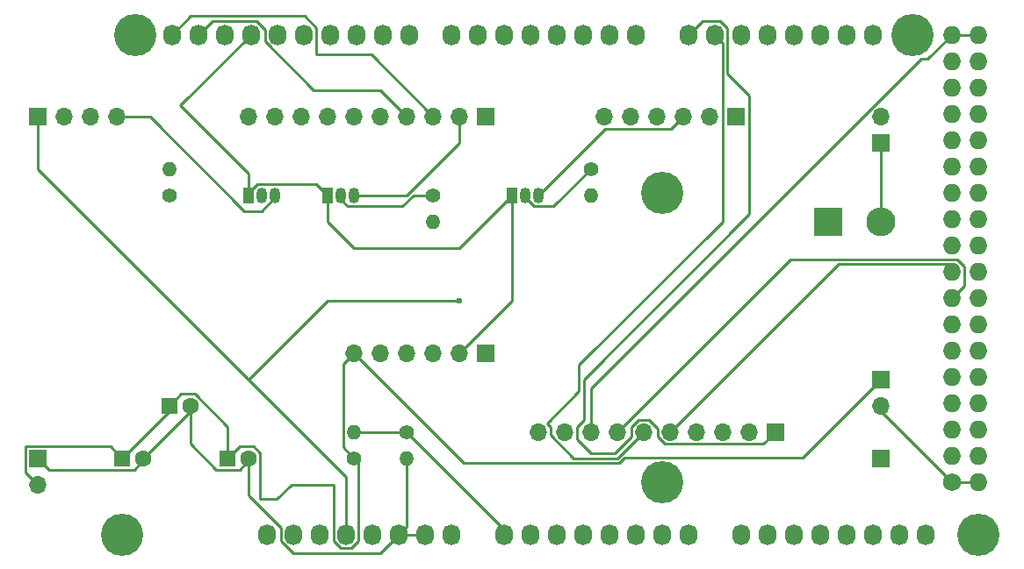
<source format=gbr>
%TF.GenerationSoftware,KiCad,Pcbnew,(6.0.4-0)*%
%TF.CreationDate,2022-06-10T18:36:52-07:00*%
%TF.ProjectId,sailface-mega-shield,7361696c-6661-4636-952d-6d6567612d73,rev?*%
%TF.SameCoordinates,Original*%
%TF.FileFunction,Copper,L1,Top*%
%TF.FilePolarity,Positive*%
%FSLAX46Y46*%
G04 Gerber Fmt 4.6, Leading zero omitted, Abs format (unit mm)*
G04 Created by KiCad (PCBNEW (6.0.4-0)) date 2022-06-10 18:36:52*
%MOMM*%
%LPD*%
G01*
G04 APERTURE LIST*
%TA.AperFunction,ComponentPad*%
%ADD10O,1.700000X1.700000*%
%TD*%
%TA.AperFunction,ComponentPad*%
%ADD11R,1.700000X1.700000*%
%TD*%
%TA.AperFunction,ComponentPad*%
%ADD12R,2.800000X2.800000*%
%TD*%
%TA.AperFunction,ComponentPad*%
%ADD13O,2.800000X2.800000*%
%TD*%
%TA.AperFunction,ComponentPad*%
%ADD14C,1.400000*%
%TD*%
%TA.AperFunction,ComponentPad*%
%ADD15O,1.400000X1.400000*%
%TD*%
%TA.AperFunction,ComponentPad*%
%ADD16R,1.600000X1.600000*%
%TD*%
%TA.AperFunction,ComponentPad*%
%ADD17C,1.600000*%
%TD*%
%TA.AperFunction,ComponentPad*%
%ADD18O,1.050000X1.500000*%
%TD*%
%TA.AperFunction,ComponentPad*%
%ADD19R,1.050000X1.500000*%
%TD*%
%TA.AperFunction,ComponentPad*%
%ADD20C,1.727200*%
%TD*%
%TA.AperFunction,ComponentPad*%
%ADD21O,1.727200X1.727200*%
%TD*%
%TA.AperFunction,ComponentPad*%
%ADD22O,1.727200X2.032000*%
%TD*%
%TA.AperFunction,ComponentPad*%
%ADD23C,4.064000*%
%TD*%
%TA.AperFunction,ViaPad*%
%ADD24C,0.600000*%
%TD*%
%TA.AperFunction,Conductor*%
%ADD25C,0.250000*%
%TD*%
G04 APERTURE END LIST*
D10*
%TO.P,BAT_CURRENT_SENSOR,6,Pin_6*%
%TO.N,+12V*%
X139700000Y-101600000D03*
%TO.P,BAT_CURRENT_SENSOR,5,Pin_5*%
%TO.N,/BATTERY_IN*%
X142240000Y-101600000D03*
%TO.P,BAT_CURRENT_SENSOR,4,Pin_4*%
%TO.N,/SDA*%
X144780000Y-101600000D03*
%TO.P,BAT_CURRENT_SENSOR,3,Pin_3*%
%TO.N,/SCL*%
X147320000Y-101600000D03*
%TO.P,BAT_CURRENT_SENSOR,2,Pin_2*%
%TO.N,GND*%
X149860000Y-101600000D03*
D11*
%TO.P,BAT_CURRENT_SENSOR,1,Pin_1*%
%TO.N,+3V3*%
X152400000Y-101600000D03*
%TD*%
D12*
%TO.P,D1,1,K*%
%TO.N,/BATTERY_IN*%
X185420000Y-88900000D03*
D13*
%TO.P,D1,2,A*%
%TO.N,Net-(D1-Pad2)*%
X190500000Y-88900000D03*
%TD*%
D14*
%TO.P,R5,1*%
%TO.N,+12V*%
X139700000Y-111760000D03*
D15*
%TO.P,R5,2*%
%TO.N,/BAT_VOLTAGE_MONITOR*%
X139700000Y-109220000D03*
%TD*%
D14*
%TO.P,R4,1*%
%TO.N,/BAT_VOLTAGE_MONITOR*%
X144780000Y-109220000D03*
D15*
%TO.P,R4,2*%
%TO.N,GND*%
X144780000Y-111760000D03*
%TD*%
D14*
%TO.P,R3,1*%
%TO.N,Net-(MPU_TOGGLE1-Pad2)*%
X147320000Y-86360000D03*
D15*
%TO.P,R3,2*%
%TO.N,/MPU_ON*%
X147320000Y-88900000D03*
%TD*%
D14*
%TO.P,R2,1*%
%TO.N,Net-(BLUETOOTH_TOGGLE1-Pad2)*%
X162560000Y-83820000D03*
D15*
%TO.P,R2,2*%
%TO.N,/BLUETOOTH_ON*%
X162560000Y-86360000D03*
%TD*%
D14*
%TO.P,R1,1*%
%TO.N,Net-(GPS_TOGGLE1-Pad2)*%
X121920000Y-86360000D03*
D15*
%TO.P,R1,2*%
%TO.N,/GPS_ON*%
X121920000Y-83820000D03*
%TD*%
D11*
%TO.P,BATTERY,1,+*%
%TO.N,Net-(D1-Pad2)*%
X190500000Y-81280000D03*
D10*
%TO.P,BATTERY,2,-*%
%TO.N,GND*%
X190500000Y-78740000D03*
%TD*%
D11*
%TO.P,ARDUINO_POWER1,1,Pin_1*%
%TO.N,GND*%
X109220000Y-111760000D03*
D10*
%TO.P,ARDUINO_POWER1,2,Pin_2*%
%TO.N,+12V*%
X109220000Y-114300000D03*
%TD*%
D11*
%TO.P,MOTOR_PWM,1,Pin_1*%
%TO.N,/MOTOR_PWM*%
X190500000Y-111760000D03*
%TD*%
D10*
%TO.P,MOTOR_POWER,2,Pin_2*%
%TO.N,GND*%
X190500000Y-106680000D03*
D11*
%TO.P,MOTOR_POWER,1,Pin_1*%
%TO.N,+12V*%
X190500000Y-104140000D03*
%TD*%
D16*
%TO.P,C3,1*%
%TO.N,+12V*%
X121920000Y-106680000D03*
D17*
%TO.P,C3,2*%
%TO.N,GND*%
X123920000Y-106680000D03*
%TD*%
D16*
%TO.P,C2,1*%
%TO.N,+12V*%
X127540000Y-111760000D03*
D17*
%TO.P,C2,2*%
%TO.N,GND*%
X129540000Y-111760000D03*
%TD*%
D16*
%TO.P,C1,1*%
%TO.N,+12V*%
X117380000Y-111760000D03*
D17*
%TO.P,C1,2*%
%TO.N,GND*%
X119380000Y-111760000D03*
%TD*%
D18*
%TO.P,MPU_TOGGLE1,3,C*%
%TO.N,Net-(MPU1-Pad2)*%
X139700000Y-86360000D03*
%TO.P,MPU_TOGGLE1,2,B*%
%TO.N,Net-(MPU_TOGGLE1-Pad2)*%
X138430000Y-86360000D03*
D19*
%TO.P,MPU_TOGGLE1,1,E*%
%TO.N,GND*%
X137160000Y-86360000D03*
%TD*%
D18*
%TO.P,GPS_TOGGLE1,3,C*%
%TO.N,Net-(GPS1-Pad4)*%
X132080000Y-86360000D03*
%TO.P,GPS_TOGGLE1,2,B*%
%TO.N,Net-(GPS_TOGGLE1-Pad2)*%
X130810000Y-86360000D03*
D19*
%TO.P,GPS_TOGGLE1,1,E*%
%TO.N,GND*%
X129540000Y-86360000D03*
%TD*%
D18*
%TO.P,BLUETOOTH_TOGGLE1,3,C*%
%TO.N,Net-(BLUETOOTH1-Pad3)*%
X157480000Y-86360000D03*
%TO.P,BLUETOOTH_TOGGLE1,2,B*%
%TO.N,Net-(BLUETOOTH_TOGGLE1-Pad2)*%
X156210000Y-86360000D03*
D19*
%TO.P,BLUETOOTH_TOGGLE1,1,E*%
%TO.N,GND*%
X154940000Y-86360000D03*
%TD*%
D20*
%TO.P,P1,1,Pin_1*%
%TO.N,GND*%
X197358000Y-114046000D03*
D21*
%TO.P,P1,2,Pin_2*%
X199898000Y-114046000D03*
%TO.P,P1,3,Pin_3*%
%TO.N,/52(SCK)*%
X197358000Y-111506000D03*
%TO.P,P1,4,Pin_4*%
%TO.N,/53(SS)*%
X199898000Y-111506000D03*
%TO.P,P1,5,Pin_5*%
%TO.N,/50(MISO)*%
X197358000Y-108966000D03*
%TO.P,P1,6,Pin_6*%
%TO.N,/51(MOSI)*%
X199898000Y-108966000D03*
%TO.P,P1,7,Pin_7*%
%TO.N,/48*%
X197358000Y-106426000D03*
%TO.P,P1,8,Pin_8*%
%TO.N,/49*%
X199898000Y-106426000D03*
%TO.P,P1,9,Pin_9*%
%TO.N,/46*%
X197358000Y-103886000D03*
%TO.P,P1,10,Pin_10*%
%TO.N,/47*%
X199898000Y-103886000D03*
%TO.P,P1,11,Pin_11*%
%TO.N,/44*%
X197358000Y-101346000D03*
%TO.P,P1,12,Pin_12*%
%TO.N,/45*%
X199898000Y-101346000D03*
%TO.P,P1,13,Pin_13*%
%TO.N,/42*%
X197358000Y-98806000D03*
%TO.P,P1,14,Pin_14*%
%TO.N,/43*%
X199898000Y-98806000D03*
%TO.P,P1,15,Pin_15*%
%TO.N,/IRIDIUM_SLEEP*%
X197358000Y-96266000D03*
%TO.P,P1,16,Pin_16*%
%TO.N,/41*%
X199898000Y-96266000D03*
%TO.P,P1,17,Pin_17*%
%TO.N,/IRIDIUM_RING*%
X197358000Y-93726000D03*
%TO.P,P1,18,Pin_18*%
%TO.N,/39*%
X199898000Y-93726000D03*
%TO.P,P1,19,Pin_19*%
%TO.N,/36*%
X197358000Y-91186000D03*
%TO.P,P1,20,Pin_20*%
%TO.N,/37*%
X199898000Y-91186000D03*
%TO.P,P1,21,Pin_21*%
%TO.N,/34*%
X197358000Y-88646000D03*
%TO.P,P1,22,Pin_22*%
%TO.N,/35*%
X199898000Y-88646000D03*
%TO.P,P1,23,Pin_23*%
%TO.N,/32*%
X197358000Y-86106000D03*
%TO.P,P1,24,Pin_24*%
%TO.N,/33*%
X199898000Y-86106000D03*
%TO.P,P1,25,Pin_25*%
%TO.N,/30*%
X197358000Y-83566000D03*
%TO.P,P1,26,Pin_26*%
%TO.N,/31*%
X199898000Y-83566000D03*
%TO.P,P1,27,Pin_27*%
%TO.N,/28*%
X197358000Y-81026000D03*
%TO.P,P1,28,Pin_28*%
%TO.N,/29*%
X199898000Y-81026000D03*
%TO.P,P1,29,Pin_29*%
%TO.N,/26*%
X197358000Y-78486000D03*
%TO.P,P1,30,Pin_30*%
%TO.N,/27*%
X199898000Y-78486000D03*
%TO.P,P1,31,Pin_31*%
%TO.N,/24*%
X197358000Y-75946000D03*
%TO.P,P1,32,Pin_32*%
%TO.N,/25*%
X199898000Y-75946000D03*
%TO.P,P1,33,Pin_33*%
%TO.N,/22*%
X197358000Y-73406000D03*
%TO.P,P1,34,Pin_34*%
%TO.N,/23*%
X199898000Y-73406000D03*
%TO.P,P1,35,Pin_35*%
%TO.N,+5V*%
X197358000Y-70866000D03*
%TO.P,P1,36,Pin_36*%
X199898000Y-70866000D03*
%TD*%
D22*
%TO.P,P2,1,Pin_1*%
%TO.N,unconnected-(P2-Pad1)*%
X131318000Y-119126000D03*
%TO.P,P2,2,Pin_2*%
%TO.N,/IOREF*%
X133858000Y-119126000D03*
%TO.P,P2,3,Pin_3*%
%TO.N,/Reset*%
X136398000Y-119126000D03*
%TO.P,P2,4,Pin_4*%
%TO.N,+3V3*%
X138938000Y-119126000D03*
%TO.P,P2,5,Pin_5*%
%TO.N,+5V*%
X141478000Y-119126000D03*
%TO.P,P2,6,Pin_6*%
%TO.N,GND*%
X144018000Y-119126000D03*
%TO.P,P2,7,Pin_7*%
X146558000Y-119126000D03*
%TO.P,P2,8,Pin_8*%
%TO.N,/Vin*%
X149098000Y-119126000D03*
%TD*%
%TO.P,P3,1,Pin_1*%
%TO.N,/BAT_VOLTAGE_MONITOR*%
X154178000Y-119126000D03*
%TO.P,P3,2,Pin_2*%
%TO.N,/A1*%
X156718000Y-119126000D03*
%TO.P,P3,3,Pin_3*%
%TO.N,/A2*%
X159258000Y-119126000D03*
%TO.P,P3,4,Pin_4*%
%TO.N,/A3*%
X161798000Y-119126000D03*
%TO.P,P3,5,Pin_5*%
%TO.N,/A4*%
X164338000Y-119126000D03*
%TO.P,P3,6,Pin_6*%
%TO.N,/A5*%
X166878000Y-119126000D03*
%TO.P,P3,7,Pin_7*%
%TO.N,/A6*%
X169418000Y-119126000D03*
%TO.P,P3,8,Pin_8*%
%TO.N,/A7*%
X171958000Y-119126000D03*
%TD*%
%TO.P,P4,1,Pin_1*%
%TO.N,/A8*%
X177038000Y-119126000D03*
%TO.P,P4,2,Pin_2*%
%TO.N,/A9*%
X179578000Y-119126000D03*
%TO.P,P4,3,Pin_3*%
%TO.N,/A10*%
X182118000Y-119126000D03*
%TO.P,P4,4,Pin_4*%
%TO.N,/A11*%
X184658000Y-119126000D03*
%TO.P,P4,5,Pin_5*%
%TO.N,/A12*%
X187198000Y-119126000D03*
%TO.P,P4,6,Pin_6*%
%TO.N,/A13*%
X189738000Y-119126000D03*
%TO.P,P4,7,Pin_7*%
%TO.N,/A14*%
X192278000Y-119126000D03*
%TO.P,P4,8,Pin_8*%
%TO.N,/A15*%
X194818000Y-119126000D03*
%TD*%
%TO.P,P5,1,Pin_1*%
%TO.N,/SCL*%
X122174000Y-70866000D03*
%TO.P,P5,2,Pin_2*%
%TO.N,/SDA*%
X124714000Y-70866000D03*
%TO.P,P5,3,Pin_3*%
%TO.N,/AREF*%
X127254000Y-70866000D03*
%TO.P,P5,4,Pin_4*%
%TO.N,GND*%
X129794000Y-70866000D03*
%TO.P,P5,5,Pin_5*%
%TO.N,/MOTOR_PWM*%
X132334000Y-70866000D03*
%TO.P,P5,6,Pin_6*%
%TO.N,/12(\u002A\u002A)*%
X134874000Y-70866000D03*
%TO.P,P5,7,Pin_7*%
%TO.N,/11(\u002A\u002A)*%
X137414000Y-70866000D03*
%TO.P,P5,8,Pin_8*%
%TO.N,/MPU_ON*%
X139954000Y-70866000D03*
%TO.P,P5,9,Pin_9*%
%TO.N,/BLUETOOTH_ON*%
X142494000Y-70866000D03*
%TO.P,P5,10,Pin_10*%
%TO.N,/GPS_ON*%
X145034000Y-70866000D03*
%TD*%
%TO.P,P6,1,Pin_1*%
%TO.N,/7(\u002A\u002A)*%
X149098000Y-70866000D03*
%TO.P,P6,2,Pin_2*%
%TO.N,/6(\u002A\u002A)*%
X151638000Y-70866000D03*
%TO.P,P6,3,Pin_3*%
%TO.N,/5(\u002A\u002A)*%
X154178000Y-70866000D03*
%TO.P,P6,4,Pin_4*%
%TO.N,/4(\u002A\u002A)*%
X156718000Y-70866000D03*
%TO.P,P6,5,Pin_5*%
%TO.N,/3(\u002A\u002A)*%
X159258000Y-70866000D03*
%TO.P,P6,6,Pin_6*%
%TO.N,/2(\u002A\u002A)*%
X161798000Y-70866000D03*
%TO.P,P6,7,Pin_7*%
%TO.N,/1(Tx0)*%
X164338000Y-70866000D03*
%TO.P,P6,8,Pin_8*%
%TO.N,/0(Rx0)*%
X166878000Y-70866000D03*
%TD*%
%TO.P,P7,1,Pin_1*%
%TO.N,/IRIDIUM_RXD*%
X171958000Y-70866000D03*
%TO.P,P7,2,Pin_2*%
%TO.N,/IRIDIUM_TXD*%
X174498000Y-70866000D03*
%TO.P,P7,3,Pin_3*%
%TO.N,/BLUETOOTH_RXD*%
X177038000Y-70866000D03*
%TO.P,P7,4,Pin_4*%
%TO.N,/BLUETOOTH_TXD*%
X179578000Y-70866000D03*
%TO.P,P7,5,Pin_5*%
%TO.N,/GPS_RX*%
X182118000Y-70866000D03*
%TO.P,P7,6,Pin_6*%
%TO.N,/GPS_TX*%
X184658000Y-70866000D03*
%TO.P,P7,7,Pin_7*%
%TO.N,/20(SDA)*%
X187198000Y-70866000D03*
%TO.P,P7,8,Pin_8*%
%TO.N,/21(SCL)*%
X189738000Y-70866000D03*
%TD*%
D23*
%TO.P,P8,1,Pin_1*%
%TO.N,unconnected-(P8-Pad1)*%
X117348000Y-119126000D03*
%TD*%
%TO.P,P9,1,Pin_1*%
%TO.N,unconnected-(P9-Pad1)*%
X169418000Y-114046000D03*
%TD*%
%TO.P,P10,1,Pin_1*%
%TO.N,unconnected-(P10-Pad1)*%
X199898000Y-119126000D03*
%TD*%
%TO.P,P11,1,Pin_1*%
%TO.N,unconnected-(P11-Pad1)*%
X118618000Y-70866000D03*
%TD*%
%TO.P,P12,1,Pin_1*%
%TO.N,unconnected-(P12-Pad1)*%
X169418000Y-86106000D03*
%TD*%
%TO.P,P13,1,Pin_1*%
%TO.N,unconnected-(P13-Pad1)*%
X193548000Y-70866000D03*
%TD*%
D11*
%TO.P,MPU,1,Pin_1*%
%TO.N,+3V3*%
X152400000Y-78740000D03*
D10*
%TO.P,MPU,2,Pin_2*%
%TO.N,Net-(MPU1-Pad2)*%
X149860000Y-78740000D03*
%TO.P,MPU,3,Pin_3*%
%TO.N,/SCL*%
X147320000Y-78740000D03*
%TO.P,MPU,4,Pin_4*%
%TO.N,/SDA*%
X144780000Y-78740000D03*
%TO.P,MPU,5,Pin_5*%
%TO.N,unconnected-(MPU1-Pad5)*%
X142240000Y-78740000D03*
%TO.P,MPU,6,Pin_6*%
%TO.N,unconnected-(MPU1-Pad6)*%
X139700000Y-78740000D03*
%TO.P,MPU,7,Pin_7*%
%TO.N,unconnected-(MPU1-Pad7)*%
X137160000Y-78740000D03*
%TO.P,MPU,8,Pin_8*%
%TO.N,unconnected-(MPU1-Pad8)*%
X134620000Y-78740000D03*
%TO.P,MPU,9,Pin_9*%
%TO.N,unconnected-(MPU1-Pad9)*%
X132080000Y-78740000D03*
%TO.P,MPU,10,Pin_10*%
%TO.N,unconnected-(MPU1-Pad10)*%
X129540000Y-78740000D03*
%TD*%
D11*
%TO.P,BLUETOOTH,1,Pin_1*%
%TO.N,/BLUETOOTH_EN*%
X176505000Y-78765000D03*
D10*
%TO.P,BLUETOOTH,2,Pin_2*%
%TO.N,+3V3*%
X173965000Y-78765000D03*
%TO.P,BLUETOOTH,3,Pin_3*%
%TO.N,Net-(BLUETOOTH1-Pad3)*%
X171425000Y-78765000D03*
%TO.P,BLUETOOTH,4,Pin_4*%
%TO.N,unconnected-(BLUETOOTH1-Pad4)*%
X168885000Y-78765000D03*
%TO.P,BLUETOOTH,5,Pin_5*%
%TO.N,unconnected-(BLUETOOTH1-Pad5)*%
X166345000Y-78765000D03*
%TO.P,BLUETOOTH,6,Pin_6*%
%TO.N,unconnected-(BLUETOOTH1-Pad6)*%
X163805000Y-78765000D03*
%TD*%
D11*
%TO.P,IRIDIUM,1,Pin_1*%
%TO.N,/IRIDIUM_RXD*%
X180340000Y-109220000D03*
D10*
%TO.P,IRIDIUM,2,Pin_2*%
%TO.N,unconnected-(IRIDIUM1-Pad2)*%
X177800000Y-109220000D03*
%TO.P,IRIDIUM,3,Pin_3*%
%TO.N,unconnected-(IRIDIUM1-Pad3)*%
X175260000Y-109220000D03*
%TO.P,IRIDIUM,4,Pin_4*%
%TO.N,unconnected-(IRIDIUM1-Pad4)*%
X172720000Y-109220000D03*
%TO.P,IRIDIUM,5,Pin_5*%
%TO.N,/IRIDIUM_RING*%
X170180000Y-109220000D03*
%TO.P,IRIDIUM,6,Pin_6*%
%TO.N,/IRIDIUM_TXD*%
X167640000Y-109220000D03*
%TO.P,IRIDIUM,7,Pin_7*%
%TO.N,/IRIDIUM_SLEEP*%
X165100000Y-109220000D03*
%TO.P,IRIDIUM,8,Pin_8*%
%TO.N,+5V*%
X162560000Y-109220000D03*
%TO.P,IRIDIUM,9,Pin_9*%
%TO.N,unconnected-(IRIDIUM1-Pad9)*%
X160020000Y-109220000D03*
%TO.P,IRIDIUM,10,Pin_10*%
%TO.N,GND*%
X157480000Y-109220000D03*
%TD*%
%TO.P,GPS,4,Pin_4*%
%TO.N,Net-(GPS1-Pad4)*%
X116840000Y-78765000D03*
%TO.P,GPS,3,Pin_3*%
%TO.N,/GPS_RX*%
X114300000Y-78765000D03*
%TO.P,GPS,2,Pin_2*%
%TO.N,/GPS_TX*%
X111760000Y-78765000D03*
D11*
%TO.P,GPS,1,Pin_1*%
%TO.N,+3V3*%
X109220000Y-78765000D03*
%TD*%
D24*
%TO.N,+3V3*%
X149860000Y-96520000D03*
X149860000Y-96520000D03*
X149860000Y-96520000D03*
%TD*%
D25*
%TO.N,+3V3*%
X149860000Y-96520000D02*
X137160000Y-96520000D01*
%TO.N,GND*%
X129540000Y-86360000D02*
X129540000Y-86135000D01*
X129540000Y-86135000D02*
X130389520Y-85285480D01*
X130389520Y-85285480D02*
X136085480Y-85285480D01*
X136085480Y-85285480D02*
X137160000Y-86360000D01*
%TO.N,Net-(GPS1-Pad4)*%
X116840000Y-78765000D02*
X120020978Y-78765000D01*
X132080000Y-86585000D02*
X132080000Y-86360000D01*
X120020978Y-78765000D02*
X129140009Y-87884031D01*
X130780969Y-87884031D02*
X132080000Y-86585000D01*
X129140009Y-87884031D02*
X130780969Y-87884031D01*
%TO.N,GND*%
X122944511Y-77715489D02*
X129540000Y-84310978D01*
X129540000Y-84310978D02*
X129540000Y-86360000D01*
%TO.N,+3V3*%
X138938000Y-113538000D02*
X129540000Y-104140000D01*
X109220000Y-78765000D02*
X109220000Y-83820000D01*
X109220000Y-83820000D02*
X129540000Y-104140000D01*
%TO.N,Net-(GPS_TOGGLE1-Pad2)*%
X130810000Y-87014022D02*
X130810000Y-86360000D01*
%TO.N,+3V3*%
X138938000Y-119126000D02*
X138938000Y-113538000D01*
%TO.N,GND*%
X129540000Y-111760000D02*
X129540000Y-115351585D01*
X129540000Y-115351585D02*
X132669880Y-118481465D01*
X132669880Y-119770535D02*
X133815385Y-120916040D01*
X133815385Y-120916040D02*
X142227960Y-120916040D01*
X132669880Y-118481465D02*
X132669880Y-119770535D01*
X142227960Y-120916040D02*
X144018000Y-119126000D01*
%TO.N,+3V3*%
X137160000Y-96520000D02*
X129540000Y-104140000D01*
%TO.N,Net-(D1-Pad2)*%
X190500000Y-81280000D02*
X190500000Y-88900000D01*
%TO.N,+5V*%
X197358000Y-70866000D02*
X195001489Y-73222511D01*
X195001489Y-73222511D02*
X194356479Y-73222511D01*
X194356479Y-73222511D02*
X162560000Y-105018990D01*
X162560000Y-105018990D02*
X162560000Y-109220000D01*
%TO.N,GND*%
X154940000Y-86360000D02*
X149860000Y-91440000D01*
X149860000Y-91440000D02*
X139700000Y-91440000D01*
X139700000Y-91440000D02*
X137160000Y-88900000D01*
X137160000Y-88900000D02*
X137160000Y-86360000D01*
X154940000Y-86360000D02*
X154940000Y-96520000D01*
X154940000Y-96520000D02*
X149860000Y-101600000D01*
%TO.N,Net-(MPU_TOGGLE1-Pad2)*%
X147320000Y-86360000D02*
X145415718Y-86360000D01*
X145415718Y-86360000D02*
X144341198Y-87434520D01*
X144341198Y-87434520D02*
X139084031Y-87434520D01*
X139084031Y-87434520D02*
X138430000Y-86780489D01*
X138430000Y-86780489D02*
X138430000Y-86360000D01*
%TO.N,Net-(MPU1-Pad2)*%
X149860000Y-81280000D02*
X149860000Y-78740000D01*
X139700000Y-86360000D02*
X144780000Y-86360000D01*
X144780000Y-86360000D02*
X149860000Y-81280000D01*
%TO.N,+5V*%
X197358000Y-70866000D02*
X199898000Y-70866000D01*
%TO.N,/IRIDIUM_RING*%
X170180000Y-109220000D02*
X186412591Y-92987409D01*
X186412591Y-92987409D02*
X197358000Y-92987409D01*
%TO.N,GND*%
X199898000Y-114046000D02*
X197358000Y-114046000D01*
%TO.N,+12V*%
X139700000Y-101600000D02*
X150309520Y-112209520D01*
X182950511Y-111689489D02*
X190500000Y-104140000D01*
X150309520Y-112209520D02*
X165286198Y-112209520D01*
X165286198Y-112209520D02*
X165806229Y-111689489D01*
X165806229Y-111689489D02*
X182950511Y-111689489D01*
%TO.N,Net-(BLUETOOTH_TOGGLE1-Pad2)*%
X156210000Y-86360000D02*
X156210000Y-86585000D01*
X156210000Y-86585000D02*
X157059520Y-87434520D01*
X157059520Y-87434520D02*
X158945480Y-87434520D01*
X158945480Y-87434520D02*
X162560000Y-83820000D01*
%TO.N,Net-(BLUETOOTH1-Pad3)*%
X157480000Y-86360000D02*
X163900489Y-79939511D01*
X163900489Y-79939511D02*
X170250489Y-79939511D01*
X170250489Y-79939511D02*
X171425000Y-78765000D01*
%TO.N,+12V*%
X130664511Y-115715489D02*
X132280144Y-115715489D01*
X140126120Y-119770535D02*
X140126120Y-112186120D01*
X132280144Y-115715489D02*
X133669064Y-114326569D01*
X133669064Y-114326569D02*
X137749880Y-114326569D01*
X137749880Y-114326569D02*
X137749880Y-119770535D01*
X137749880Y-119770535D02*
X138445865Y-120466520D01*
X139430135Y-120466520D02*
X140126120Y-119770535D01*
X138445865Y-120466520D02*
X139430135Y-120466520D01*
X140126120Y-112186120D02*
X139700000Y-111760000D01*
%TO.N,/IRIDIUM_RXD*%
X177800000Y-76708000D02*
X177800000Y-88175009D01*
X174990135Y-69525480D02*
X175709520Y-70244865D01*
X171958000Y-70866000D02*
X173298520Y-69525480D01*
X175709520Y-74617520D02*
X177800000Y-76708000D01*
X175709520Y-70244865D02*
X175709520Y-74617520D01*
X173298520Y-69525480D02*
X174990135Y-69525480D01*
X177800000Y-88175009D02*
X161835009Y-104140000D01*
X161835009Y-104140000D02*
X161835009Y-108093003D01*
X161835009Y-108093003D02*
X161194511Y-108733501D01*
X161194511Y-108733501D02*
X161194511Y-109944991D01*
X161194511Y-109944991D02*
X162560000Y-111310480D01*
X162560000Y-111310480D02*
X164861508Y-111310480D01*
X164861508Y-111310480D02*
X166465489Y-109706499D01*
X166465489Y-109706499D02*
X166465489Y-108733501D01*
X166465489Y-108733501D02*
X167153501Y-108045489D01*
X167153501Y-108045489D02*
X168126499Y-108045489D01*
X168126499Y-108045489D02*
X169005489Y-108924479D01*
X169005489Y-108924479D02*
X169005489Y-109706499D01*
X169005489Y-109706499D02*
X169693501Y-110394511D01*
X169693501Y-110394511D02*
X179165489Y-110394511D01*
X179165489Y-110394511D02*
X180340000Y-109220000D01*
%TO.N,/IRIDIUM_TXD*%
X174498000Y-70866000D02*
X175260000Y-71628000D01*
X161385489Y-102774511D02*
X161385489Y-105314511D01*
X175260000Y-71628000D02*
X175260000Y-88900000D01*
X158654511Y-109515521D02*
X160898990Y-111760000D01*
X175260000Y-88900000D02*
X161385489Y-102774511D01*
X161385489Y-105314511D02*
X158310505Y-108389495D01*
X158310505Y-108389495D02*
X158654511Y-108733501D01*
X158654511Y-108733501D02*
X158654511Y-109515521D01*
X160898990Y-111760000D02*
X165100000Y-111760000D01*
X165100000Y-111760000D02*
X167640000Y-109220000D01*
%TO.N,/IRIDIUM_SLEEP*%
X197358000Y-96266000D02*
X198546111Y-95077889D01*
X198546111Y-95077889D02*
X198546111Y-93233867D01*
X198546111Y-93233867D02*
X197850133Y-92537889D01*
X197850133Y-92537889D02*
X181782111Y-92537889D01*
X181782111Y-92537889D02*
X165100000Y-109220000D01*
%TO.N,GND*%
X197358000Y-114046000D02*
X190500000Y-107188000D01*
X190500000Y-107188000D02*
X190500000Y-106680000D01*
%TO.N,+3V3*%
X173426389Y-78765000D02*
X173965000Y-78765000D01*
%TO.N,+12V*%
X139700000Y-111760000D02*
X138675489Y-110735489D01*
X138675489Y-102624511D02*
X139700000Y-101600000D01*
X138675489Y-110735489D02*
X138675489Y-102624511D01*
%TO.N,/BAT_VOLTAGE_MONITOR*%
X144780000Y-109220000D02*
X139700000Y-109220000D01*
X154178000Y-118618000D02*
X144780000Y-109220000D01*
X154178000Y-119126000D02*
X154178000Y-118618000D01*
%TO.N,GND*%
X144018000Y-119126000D02*
X146558000Y-119126000D01*
X144780000Y-111760000D02*
X144780000Y-118364000D01*
X144780000Y-118364000D02*
X144018000Y-119126000D01*
%TO.N,+12V*%
X130664511Y-111294211D02*
X130664511Y-115715489D01*
X130005789Y-110635489D02*
X130664511Y-111294211D01*
X128664511Y-110635489D02*
X130005789Y-110635489D01*
X127540000Y-111760000D02*
X128664511Y-110635489D01*
%TO.N,GND*%
X123920000Y-106680000D02*
X123920000Y-110389022D01*
X123920000Y-110389022D02*
X126415489Y-112884511D01*
X129540000Y-112009022D02*
X129540000Y-111760000D01*
X126415489Y-112884511D02*
X128664511Y-112884511D01*
X128664511Y-112884511D02*
X129540000Y-112009022D01*
%TO.N,+12V*%
X121920000Y-106680000D02*
X123044511Y-105555489D01*
X123044511Y-105555489D02*
X124385789Y-105555489D01*
X124385789Y-105555489D02*
X127540000Y-108709700D01*
X127540000Y-108709700D02*
X127540000Y-111760000D01*
%TO.N,GND*%
X119380000Y-111760000D02*
X123920000Y-107220000D01*
X123920000Y-107220000D02*
X123920000Y-106680000D01*
%TO.N,+12V*%
X117380000Y-111760000D02*
X121920000Y-107220000D01*
X121920000Y-107220000D02*
X121920000Y-106680000D01*
X109220000Y-114300000D02*
X108045489Y-113125489D01*
X108045489Y-113125489D02*
X108045489Y-110585489D01*
X108045489Y-110585489D02*
X116205489Y-110585489D01*
X116205489Y-110585489D02*
X117380000Y-111760000D01*
%TO.N,GND*%
X109220000Y-111760000D02*
X110344511Y-112884511D01*
X110344511Y-112884511D02*
X118504511Y-112884511D01*
X119380000Y-112009022D02*
X119380000Y-111760000D01*
X118504511Y-112884511D02*
X119380000Y-112009022D01*
%TO.N,/SCL*%
X122174000Y-70866000D02*
X123964040Y-69075960D01*
X141341465Y-72761465D02*
X147320000Y-78740000D01*
X136062120Y-70221465D02*
X136062120Y-72761465D01*
X136062120Y-72761465D02*
X141341465Y-72761465D01*
X123964040Y-69075960D02*
X134916615Y-69075960D01*
X134916615Y-69075960D02*
X136062120Y-70221465D01*
%TO.N,/SDA*%
X124714000Y-70866000D02*
X126054520Y-69525480D01*
X126054520Y-69525480D02*
X130286135Y-69525480D01*
X130286135Y-69525480D02*
X131145880Y-70385225D01*
X142240000Y-76200000D02*
X144780000Y-78740000D01*
X131145880Y-70385225D02*
X131145880Y-71510535D01*
X131145880Y-71510535D02*
X135835345Y-76200000D01*
X135835345Y-76200000D02*
X142240000Y-76200000D01*
%TO.N,GND*%
X122944511Y-77715489D02*
X129794000Y-70866000D01*
%TD*%
M02*

</source>
